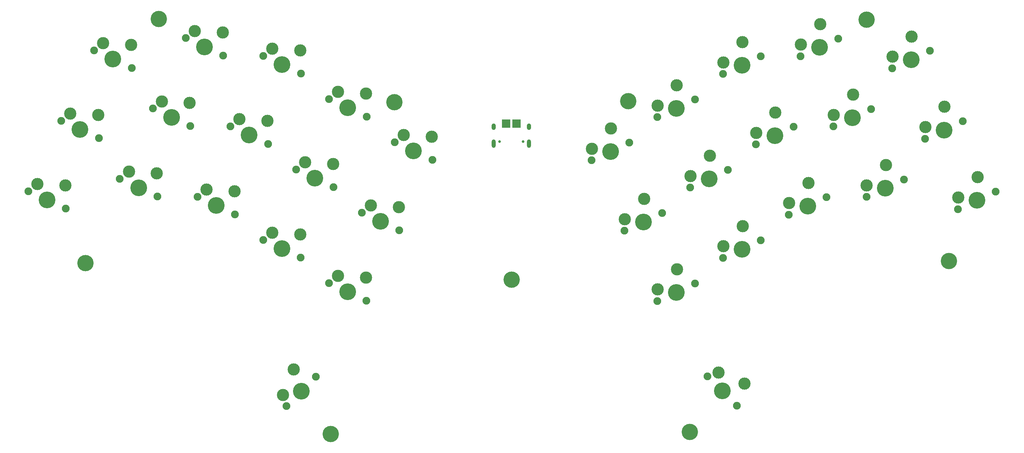
<source format=gts>
G04 #@! TF.GenerationSoftware,KiCad,Pcbnew,7.0.1*
G04 #@! TF.CreationDate,2023-04-05T18:38:50-04:00*
G04 #@! TF.ProjectId,32kb,33326b62-2e6b-4696-9361-645f70636258,rev?*
G04 #@! TF.SameCoordinates,Original*
G04 #@! TF.FileFunction,Soldermask,Top*
G04 #@! TF.FilePolarity,Negative*
%FSLAX46Y46*%
G04 Gerber Fmt 4.6, Leading zero omitted, Abs format (unit mm)*
G04 Created by KiCad (PCBNEW 7.0.1) date 2023-04-05 18:38:50*
%MOMM*%
%LPD*%
G01*
G04 APERTURE LIST*
%ADD10C,0.500000*%
%ADD11C,4.000000*%
%ADD12C,1.900000*%
%ADD13C,3.000000*%
%ADD14C,4.100000*%
%ADD15R,2.000000X2.000000*%
%ADD16C,0.650000*%
%ADD17O,1.000000X1.600000*%
%ADD18O,1.000000X2.100000*%
G04 APERTURE END LIST*
D10*
X150098000Y-109375000D03*
X149658000Y-110435000D03*
X149658000Y-108315000D03*
X148598000Y-110875000D03*
D11*
X148598000Y-109375000D03*
D10*
X148598000Y-107875000D03*
X147538000Y-110435000D03*
X147538000Y-108315000D03*
X147098000Y-109375000D03*
X45723000Y-105325000D03*
X45283000Y-106385000D03*
X45283000Y-104265000D03*
X44223000Y-106825000D03*
D11*
X44223000Y-105325000D03*
D10*
X44223000Y-103825000D03*
X43163000Y-106385000D03*
X43163000Y-104265000D03*
X42723000Y-105325000D03*
X257098000Y-104825000D03*
X256658000Y-105885000D03*
X256658000Y-103765000D03*
X255598000Y-106325000D03*
D11*
X255598000Y-104825000D03*
D10*
X255598000Y-103325000D03*
X254538000Y-105885000D03*
X254538000Y-103765000D03*
X254098000Y-104825000D03*
X63723000Y-45425000D03*
X63283000Y-46485000D03*
X63283000Y-44365000D03*
X62223000Y-46925000D03*
D11*
X62223000Y-45425000D03*
D10*
X62223000Y-43925000D03*
X61163000Y-46485000D03*
X61163000Y-44365000D03*
X60723000Y-45425000D03*
X236898000Y-45575000D03*
X236458000Y-46635000D03*
X236458000Y-44515000D03*
X235398000Y-47075000D03*
D11*
X235398000Y-45575000D03*
D10*
X235398000Y-44075000D03*
X234338000Y-46635000D03*
X234338000Y-44515000D03*
X233898000Y-45575000D03*
X178623000Y-65600000D03*
X178183000Y-66660000D03*
X178183000Y-64540000D03*
X177123000Y-67100000D03*
D11*
X177123000Y-65600000D03*
D10*
X177123000Y-64100000D03*
X176063000Y-66660000D03*
X176063000Y-64540000D03*
X175623000Y-65600000D03*
X121363000Y-65840000D03*
X120923000Y-66900000D03*
X120923000Y-64780000D03*
X119863000Y-67340000D03*
D11*
X119863000Y-65840000D03*
D10*
X119863000Y-64340000D03*
X118803000Y-66900000D03*
X118803000Y-64780000D03*
X118363000Y-65840000D03*
X105798000Y-147225000D03*
X105358000Y-148285000D03*
X105358000Y-146165000D03*
X104298000Y-148725000D03*
D11*
X104298000Y-147225000D03*
D10*
X104298000Y-145725000D03*
X103238000Y-148285000D03*
X103238000Y-146165000D03*
X102798000Y-147225000D03*
D11*
X192198000Y-146700000D03*
D10*
X190698000Y-146700000D03*
X193698000Y-146700000D03*
X192198000Y-148200000D03*
X192198000Y-145200000D03*
X191138000Y-147760000D03*
X193258000Y-147760000D03*
X193258000Y-145640000D03*
X191138000Y-145640000D03*
D12*
X196523523Y-133047804D03*
D13*
X199217599Y-132149778D03*
D14*
X200115625Y-136639906D03*
D13*
X205503779Y-134843855D03*
D12*
X203707727Y-140232008D03*
X93458454Y-140343152D03*
D13*
X92560428Y-137649076D03*
D14*
X97050556Y-136751050D03*
D13*
X95254505Y-131362896D03*
D12*
X100642658Y-133158948D03*
X257809497Y-92080558D03*
D13*
X257887058Y-89241811D03*
D14*
X262413541Y-89933657D03*
D13*
X262568662Y-84256163D03*
D12*
X267017585Y-87786756D03*
X235391772Y-89081731D03*
D13*
X235469333Y-86242984D03*
D14*
X239995816Y-86934830D03*
D13*
X240150937Y-81257336D03*
D12*
X244599860Y-84787929D03*
X216409088Y-93449374D03*
D13*
X216486649Y-90610627D03*
D14*
X221013132Y-91302473D03*
D13*
X221168253Y-85624979D03*
D12*
X225617176Y-89155572D03*
X200324720Y-104032476D03*
D13*
X200402281Y-101193729D03*
D14*
X204928764Y-101885575D03*
D13*
X205083885Y-96208081D03*
D12*
X209532808Y-99738674D03*
X184240352Y-114615578D03*
D13*
X184317913Y-111776831D03*
D14*
X188844396Y-112468677D03*
D13*
X188999517Y-106791183D03*
D12*
X193448440Y-110321776D03*
X103825086Y-110202718D03*
D13*
X106049548Y-108437422D03*
D14*
X108429130Y-112349619D03*
D13*
X112878053Y-108819026D03*
D12*
X113033174Y-114496520D03*
X87740718Y-99619616D03*
D13*
X89965180Y-97854320D03*
D14*
X92344762Y-101766517D03*
D13*
X96793685Y-98235924D03*
D12*
X96948806Y-103913418D03*
X71656350Y-89036515D03*
D13*
X73880812Y-87271219D03*
D14*
X76260394Y-91183416D03*
D13*
X80709317Y-87652823D03*
D12*
X80864438Y-93330317D03*
X52673666Y-84668872D03*
D13*
X54898128Y-82903576D03*
D14*
X57277710Y-86815773D03*
D13*
X61726633Y-83285180D03*
D12*
X61881754Y-88962674D03*
X30255941Y-87667698D03*
D13*
X32480403Y-85902402D03*
D14*
X34859985Y-89814599D03*
D13*
X39308908Y-86284006D03*
D12*
X39464029Y-91961500D03*
X249758620Y-74815395D03*
D13*
X249836181Y-71976648D03*
D14*
X254362664Y-72668494D03*
D13*
X254517785Y-66991000D03*
D12*
X258966708Y-70521593D03*
X227340894Y-71816568D03*
D13*
X227418455Y-68977821D03*
D14*
X231944938Y-69669667D03*
D13*
X232100059Y-63992173D03*
D12*
X236548982Y-67522766D03*
X208358210Y-76184211D03*
D13*
X208435771Y-73345464D03*
D14*
X212962254Y-74037310D03*
D13*
X213117375Y-68359816D03*
D12*
X217566298Y-71890409D03*
X192273842Y-86767313D03*
D13*
X192351403Y-83928566D03*
D14*
X196877886Y-84620412D03*
D13*
X197033007Y-78942918D03*
D12*
X201481930Y-82473511D03*
X176189475Y-97350415D03*
D13*
X176267036Y-94511668D03*
D14*
X180793519Y-95203514D03*
D13*
X180948640Y-89526020D03*
D12*
X185397563Y-93056613D03*
X111875964Y-92937555D03*
D13*
X114100426Y-91172259D03*
D14*
X116480008Y-95084456D03*
D13*
X120928931Y-91553863D03*
D12*
X121084052Y-97231357D03*
X95791596Y-82354453D03*
D13*
X98016058Y-80589157D03*
D14*
X100395640Y-84501354D03*
D13*
X104844563Y-80970761D03*
D12*
X104999684Y-86648255D03*
X79707228Y-71771351D03*
D13*
X81931690Y-70006055D03*
D14*
X84311272Y-73918252D03*
D13*
X88760195Y-70387659D03*
D12*
X88915316Y-76065153D03*
X60724544Y-67403708D03*
D13*
X62949006Y-65638412D03*
D14*
X65328588Y-69550609D03*
D13*
X69777511Y-66020016D03*
D12*
X69932632Y-71697510D03*
X38306819Y-70402535D03*
D13*
X40531281Y-68637239D03*
D14*
X42910863Y-72549436D03*
D13*
X47359786Y-69018843D03*
D12*
X47514907Y-74696337D03*
X241707742Y-57550231D03*
D13*
X241785303Y-54711484D03*
D14*
X246311786Y-55403330D03*
D13*
X246466907Y-49725836D03*
D12*
X250915830Y-53256429D03*
X219290016Y-54551405D03*
D13*
X219367577Y-51712658D03*
D14*
X223894060Y-52404504D03*
D13*
X224049181Y-46727010D03*
D12*
X228498104Y-50257603D03*
X200307333Y-58919048D03*
D13*
X200384894Y-56080301D03*
D14*
X204911377Y-56772147D03*
D13*
X205066498Y-51094653D03*
D12*
X209515421Y-54625246D03*
X184222965Y-69502149D03*
D13*
X184300526Y-66663402D03*
D14*
X188827009Y-67355248D03*
D13*
X188982130Y-61677754D03*
D12*
X193431053Y-65208347D03*
X168138597Y-80085251D03*
D13*
X168216158Y-77246504D03*
D14*
X172742641Y-77938350D03*
D13*
X172897762Y-72260856D03*
D12*
X177346685Y-75791449D03*
X119926842Y-75672392D03*
D13*
X122151304Y-73907096D03*
D14*
X124530886Y-77819293D03*
D13*
X128979809Y-74288700D03*
D12*
X129134930Y-79966194D03*
X103842474Y-65089290D03*
D13*
X106066936Y-63323994D03*
D14*
X108446518Y-67236191D03*
D13*
X112895441Y-63705598D03*
D12*
X113050562Y-69383092D03*
X87758106Y-54506188D03*
D13*
X89982568Y-52740892D03*
D14*
X92362150Y-56653089D03*
D13*
X96811073Y-53122496D03*
D12*
X96966194Y-58799990D03*
X68775422Y-50138545D03*
D13*
X70999884Y-48373249D03*
D14*
X73379466Y-52285446D03*
D13*
X77828389Y-48754853D03*
D12*
X77983510Y-54432347D03*
X46357697Y-53137372D03*
D13*
X48582159Y-51372076D03*
D14*
X50961741Y-55284273D03*
D13*
X55410664Y-51753680D03*
D12*
X55565785Y-57431174D03*
D15*
X147214000Y-71070000D03*
X149754000Y-71070000D03*
D16*
X145594000Y-75521000D03*
X151374000Y-75521000D03*
D17*
X144164000Y-71871000D03*
D18*
X144164000Y-76051000D03*
D17*
X152804000Y-71871000D03*
D18*
X152804000Y-76051000D03*
M02*

</source>
